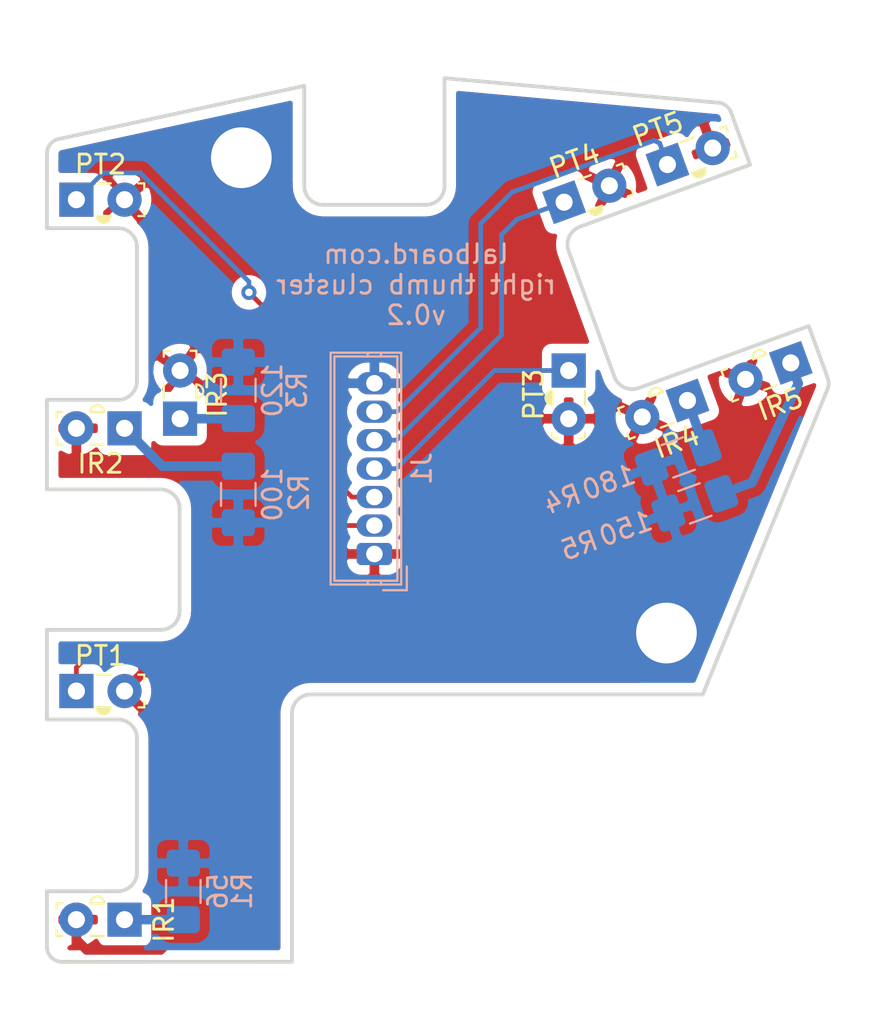
<source format=kicad_pcb>
(kicad_pcb (version 20211014) (generator pcbnew)
  (layers (0 "F.Cu" signal) (31 "B.Cu" signal) (34 "B.Paste" user) (35 "F.Paste" user) (36 "B.SilkS" user "B.Silkscreen") (37 "F.SilkS" user "F.Silkscreen") (38 "B.Mask" user) (39 "F.Mask" user) (44 "Edge.Cuts" user))
  (net 0 "")
  (net 1 "+5V")
  (net 2 "Net-(IR1-Pad1)")
  (net 3 "Net-(IR2-Pad1)")
  (net 4 "Net-(IR3-Pad1)")
  (net 5 "Net-(IR4-Pad1)")
  (net 6 "Net-(IR5-Pad1)")
  (net 7 "C1")
  (net 8 "C3")
  (net 9 "C4")
  (net 10 "C5")
  (net 11 "GND")
  (net 12 "C2")
  (footprint "lalboard:IR908-7C-F" (layer "F.Cu") (at 129.57 106.472918 180)
    (fp_text reference "IR1" (at -2.08 0 270) (layer "F.SilkS"))
    (fp_text value "IR908-7C-F")
    (fp_line (start 3.58 -0.861) (end 3.58 -0.555) (layer "F.SilkS") (width 0.12))
    (fp_line (start 1.08 -0.861) (end 1.811 -0.861) (layer "F.SilkS") (width 0.12))
    (fp_line (start 3.58 0.555) (end 3.58 0.861) (layer "F.SilkS") (width 0.12))
    (fp_line (start 1.08 0.861) (end 1.811 0.861) (layer "F.SilkS") (width 0.12))
    (fp_line (start 1.08 0.861) (end 1.8 0.861) (layer "F.SilkS") (width 0.12))
    (fp_line (start 3.27 -0.861) (end 3.58 -0.861) (layer "F.SilkS") (width 0.12))
    (fp_line (start 3.27 0.861) (end 3.58 0.861) (layer "F.SilkS") (width 0.12))
    (fp_arc (start 1.8 0.861) (mid 1.44 1.221) (end 1.08 0.861) (layer "F.SilkS") (width 0.12))
    (pad "1" thru_hole rect locked (at 0 0 180) (size 1.8 1.8) (drill 0.9) (layers *.Cu *.Mask) (net 2 "Net-(IR1-Pad1)"))
    (pad "2" thru_hole circle locked (at 2.54 0 225) (size 1.8 1.8) (drill 0.9) (layers *.Cu *.Mask) (net 1 "+5V"))
  )
  (footprint "lalboard:IR908-7C-F" (layer "F.Cu") (at 132.500001 80.07 90)
    (fp_text reference "IR3" (at 1.27 1.949999 90) (layer "F.SilkS"))
    (fp_text value "IR908-7C-F")
    (fp_line (start 3.58 -0.861) (end 3.58 -0.555) (layer "F.SilkS") (width 0.12))
    (fp_line (start 1.08 0.861) (end 1.811 0.861) (layer "F.SilkS") (width 0.12))
    (fp_line (start 3.27 -0.861) (end 3.58 -0.861) (layer "F.SilkS") (width 0.12))
    (fp_line (start 1.08 -0.861) (end 1.811 -0.861) (layer "F.SilkS") (width 0.12))
    (fp_line (start 3.27 0.861) (end 3.58 0.861) (layer "F.SilkS") (width 0.12))
    (fp_line (start 1.08 0.861) (end 1.8 0.861) (layer "F.SilkS") (width 0.12))
    (fp_line (start 3.58 0.555) (end 3.58 0.861) (layer "F.SilkS") (width 0.12))
    (fp_arc (start 1.8 0.861) (mid 1.44 1.221) (end 1.08 0.861) (layer "F.SilkS") (width 0.12))
    (pad "1" thru_hole rect locked (at 0 0 90) (size 1.8 1.8) (drill 0.9) (layers *.Cu *.Mask) (net 4 "Net-(IR3-Pad1)"))
    (pad "2" thru_hole circle locked (at 2.54 0 100) (size 1.8 1.8) (drill 0.9) (layers *.Cu *.Mask) (net 1 "+5V"))
  )
  (footprint "lalboard:IR908-7C-F" (layer "F.Cu") (at 159.265296 79.110913 -160)
    (fp_text reference "IR4" (at 1.27 -1.86 20) (layer "F.SilkS"))
    (fp_text value "IR908-7C-F")
    (fp_line (start 3.27 0.861) (end 3.58 0.861) (layer "F.SilkS") (width 0.12))
    (fp_line (start 3.27 -0.861) (end 3.58 -0.861) (layer "F.SilkS") (width 0.12))
    (fp_line (start 1.08 0.861) (end 1.811 0.861) (layer "F.SilkS") (width 0.12))
    (fp_line (start 1.08 -0.861) (end 1.811 -0.861) (layer "F.SilkS") (width 0.12))
    (fp_line (start 1.08 0.861) (end 1.8 0.861) (layer "F.SilkS") (width 0.12))
    (fp_line (start 3.58 0.555) (end 3.58 0.861) (layer "F.SilkS") (width 0.12))
    (fp_line (start 3.58 -0.861) (end 3.58 -0.555) (layer "F.SilkS") (width 0.12))
    (fp_arc (start 1.8 0.861) (mid 1.44 1.221) (end 1.08 0.861) (layer "F.SilkS") (width 0.12))
    (pad "1" thru_hole rect locked (at 0 0 200) (size 1.8 1.8) (drill 0.9) (layers *.Cu *.Mask) (net 5 "Net-(IR4-Pad1)"))
    (pad "2" thru_hole circle locked (at 2.54 0 200) (size 1.8 1.8) (drill 0.9) (layers *.Cu *.Mask) (net 1 "+5V"))
  )
  (footprint "lalboard:IR908-7C-F" (layer "F.Cu") (at 164.715513 77.127196 -160)
    (fp_text reference "IR5" (at 1.27 -1.86 20) (layer "F.SilkS"))
    (fp_text value "IR908-7C-F")
    (fp_line (start 3.58 0.555) (end 3.58 0.861) (layer "F.SilkS") (width 0.12))
    (fp_line (start 1.08 -0.861) (end 1.811 -0.861) (layer "F.SilkS") (width 0.12))
    (fp_line (start 1.08 0.861) (end 1.8 0.861) (layer "F.SilkS") (width 0.12))
    (fp_line (start 3.27 -0.861) (end 3.58 -0.861) (layer "F.SilkS") (width 0.12))
    (fp_line (start 3.58 -0.861) (end 3.58 -0.555) (layer "F.SilkS") (width 0.12))
    (fp_line (start 3.27 0.861) (end 3.58 0.861) (layer "F.SilkS") (width 0.12))
    (fp_line (start 1.08 0.861) (end 1.811 0.861) (layer "F.SilkS") (width 0.12))
    (fp_arc (start 1.8 0.861) (mid 1.44 1.221) (end 1.08 0.861) (layer "F.SilkS") (width 0.12))
    (pad "1" thru_hole rect locked (at 0 0 200) (size 1.8 1.8) (drill 0.9) (layers *.Cu *.Mask) (net 6 "Net-(IR5-Pad1)"))
    (pad "2" thru_hole circle locked (at 2.54 0 205) (size 1.8 1.8) (drill 0.9) (layers *.Cu *.Mask) (net 1 "+5V"))
  )
  (footprint "lalboard:PT908-7C-F" (layer "F.Cu") (at 127.03 94.422918)
    (fp_text reference "PT1" (at 1.27 -1.86) (layer "F.SilkS"))
    (fp_text value "PT908-7B-F")
    (fp_line (start 3.58 -0.861) (end 3.58 -0.555) (layer "F.SilkS") (width 0.12))
    (fp_line (start 1.08 0.861) (end 1.811 0.861) (layer "F.SilkS") (width 0.12))
    (fp_line (start 3.27 0.861) (end 3.58 0.861) (layer "F.SilkS") (width 0.12))
    (fp_line (start 1.08 -0.861) (end 1.811 -0.861) (layer "F.SilkS") (width 0.12))
    (fp_line (start 3.58 0.555) (end 3.58 0.861) (layer "F.SilkS") (width 0.12))
    (fp_line (start 1.08 0.861) (end 1.8 0.861) (layer "F.SilkS") (width 0.12))
    (fp_line (start 3.27 -0.861) (end 3.58 -0.861) (layer "F.SilkS") (width 0.12))
    (fp_arc (start 1.8 0.861) (mid 1.44 1.221) (end 1.08 0.861) (layer "F.SilkS") (width 0.12))
    (fp_poly (pts (xy 1.57 1.121) (xy 1.28 1.121) (xy 1.16 0.931) (xy 1.16 0.921) (xy 1.73 0.921)) (layer "F.SilkS") (width 0.1) (fill solid))
    (pad "1" thru_hole rect locked (at 0 0) (size 1.8 1.8) (drill 0.9) (layers *.Cu *.Mask) (net 7 "C1"))
    (pad "2" thru_hole circle locked (at 2.54 0) (size 1.8 1.8) (drill 0.9) (layers *.Cu *.Mask) (net 1 "+5V"))
  )
  (footprint "lalboard:PT908-7C-F" (layer "F.Cu") (at 152.999999 77.53 -90)
    (fp_text reference "PT3" (at 1.27 1.849999 90) (layer "F.SilkS"))
    (fp_text value "PT908-7B-F")
    (fp_line (start 3.27 -0.861) (end 3.58 -0.861) (layer "F.SilkS") (width 0.12))
    (fp_line (start 3.27 0.861) (end 3.58 0.861) (layer "F.SilkS") (width 0.12))
    (fp_line (start 3.58 -0.861) (end 3.58 -0.555) (layer "F.SilkS") (width 0.12))
    (fp_line (start 1.08 0.861) (end 1.811 0.861) (layer "F.SilkS") (width 0.12))
    (fp_line (start 1.08 0.861) (end 1.8 0.861) (layer "F.SilkS") (width 0.12))
    (fp_line (start 3.58 0.555) (end 3.58 0.861) (layer "F.SilkS") (width 0.12))
    (fp_line (start 1.08 -0.861) (end 1.811 -0.861) (layer "F.SilkS") (width 0.12))
    (fp_arc (start 1.8 0.861) (mid 1.44 1.221) (end 1.08 0.861) (layer "F.SilkS") (width 0.12))
    (fp_poly (pts (xy 1.57 1.121) (xy 1.28 1.121) (xy 1.16 0.931) (xy 1.16 0.921) (xy 1.73 0.921)) (layer "F.SilkS") (width 0.1) (fill solid))
    (pad "1" thru_hole rect locked (at 0 0 270) (size 1.8 1.8) (drill 0.9) (layers *.Cu *.Mask) (net 8 "C3"))
    (pad "2" thru_hole circle locked (at 2.54 0 315) (size 1.8 1.8) (drill 0.9) (layers *.Cu *.Mask) (net 1 "+5V"))
  )
  (footprint "lalboard:PT908-7C-F" (layer "F.Cu") (at 152.757134 68.656348 20)
    (fp_text reference "PT4" (at 1.27 -1.86 20) (layer "F.SilkS"))
    (fp_text value "PT908-7B-F")
    (fp_line (start 3.58 -0.861) (end 3.58 -0.555) (layer "F.SilkS") (width 0.12))
    (fp_line (start 1.08 0.861) (end 1.8 0.861) (layer "F.SilkS") (width 0.12))
    (fp_line (start 1.08 0.861) (end 1.811 0.861) (layer "F.SilkS") (width 0.12))
    (fp_line (start 1.08 -0.861) (end 1.811 -0.861) (layer "F.SilkS") (width 0.12))
    (fp_line (start 3.27 -0.861) (end 3.58 -0.861) (layer "F.SilkS") (width 0.12))
    (fp_line (start 3.27 0.861) (end 3.58 0.861) (layer "F.SilkS") (width 0.12))
    (fp_line (start 3.58 0.555) (end 3.58 0.861) (layer "F.SilkS") (width 0.12))
    (fp_arc (start 1.8 0.861) (mid 1.44 1.221) (end 1.08 0.861) (layer "F.SilkS") (width 0.12))
    (fp_poly (pts (xy 1.57 1.121) (xy 1.28 1.121) (xy 1.16 0.931) (xy 1.16 0.921) (xy 1.73 0.921)) (layer "F.SilkS") (width 0.1) (fill solid))
    (pad "1" thru_hole rect locked (at 0 0 20) (size 1.8 1.8) (drill 0.9) (layers *.Cu *.Mask) (net 9 "C4"))
    (pad "2" thru_hole circle locked (at 2.54 0 20) (size 1.8 1.8) (drill 0.9) (layers *.Cu *.Mask) (net 1 "+5V"))
  )
  (footprint "lalboard:PT908-7C-F" (layer "F.Cu") (at 158.207351 66.672631 20)
    (fp_text reference "PT5" (at 0.158981 -1.916679 20) (layer "F.SilkS"))
    (fp_text value "PT908-7B-F")
    (fp_line (start 3.27 -0.861) (end 3.58 -0.861) (layer "F.SilkS") (width 0.12))
    (fp_line (start 1.08 0.861) (end 1.811 0.861) (layer "F.SilkS") (width 0.12))
    (fp_line (start 1.08 -0.861) (end 1.811 -0.861) (layer "F.SilkS") (width 0.12))
    (fp_line (start 3.27 0.861) (end 3.58 0.861) (layer "F.SilkS") (width 0.12))
    (fp_line (start 3.58 -0.861) (end 3.58 -0.555) (layer "F.SilkS") (width 0.12))
    (fp_line (start 3.58 0.555) (end 3.58 0.861) (layer "F.SilkS") (width 0.12))
    (fp_line (start 1.08 0.861) (end 1.8 0.861) (layer "F.SilkS") (width 0.12))
    (fp_arc (start 1.8 0.861) (mid 1.44 1.221) (end 1.08 0.861) (layer "F.SilkS") (width 0.12))
    (fp_poly (pts (xy 1.57 1.121) (xy 1.28 1.121) (xy 1.16 0.931) (xy 1.16 0.921) (xy 1.73 0.921)) (layer "F.SilkS") (width 0.1) (fill solid))
    (pad "1" thru_hole rect locked (at 0 0 20) (size 1.8 1.8) (drill 0.9) (layers *.Cu *.Mask) (net 10 "C5"))
    (pad "2" thru_hole circle locked (at 2.54 0 65) (size 1.8 1.8) (drill 0.9) (layers *.Cu *.Mask) (net 1 "+5V"))
  )
  (footprint "lalboard:PT908-7C-F" (layer "F.Cu") (at 127.03 68.524999)
    (fp_text reference "PT2" (at 1.27 -1.86) (layer "F.SilkS"))
    (fp_text value "PT908-7B-F")
    (fp_line (start 3.27 0.861) (end 3.58 0.861) (layer "F.SilkS") (width 0.12))
    (fp_line (start 3.58 -0.861) (end 3.58 -0.555) (layer "F.SilkS") (width 0.12))
    (fp_line (start 1.08 0.861) (end 1.811 0.861) (layer "F.SilkS") (width 0.12))
    (fp_line (start 3.58 0.555) (end 3.58 0.861) (layer "F.SilkS") (width 0.12))
    (fp_line (start 1.08 0.861) (end 1.8 0.861) (layer "F.SilkS") (width 0.12))
    (fp_line (start 1.08 -0.861) (end 1.811 -0.861) (layer "F.SilkS") (width 0.12))
    (fp_line (start 3.27 -0.861) (end 3.58 -0.861) (layer "F.SilkS") (width 0.12))
    (fp_arc (start 1.8 0.861) (mid 1.44 1.221) (end 1.08 0.861) (layer "F.SilkS") (width 0.12))
    (fp_poly (pts (xy 1.57 1.121) (xy 1.28 1.121) (xy 1.16 0.931) (xy 1.16 0.921) (xy 1.73 0.921)) (layer "F.SilkS") (width 0.1) (fill solid))
    (pad "1" thru_hole rect locked (at 0 0) (size 1.8 1.8) (drill 0.9) (layers *.Cu *.Mask) (net 12 "C2"))
    (pad "2" thru_hole circle locked (at 2.54 0 355) (size 1.8 1.8) (drill 0.9) (layers *.Cu *.Mask) (net 1 "+5V"))
  )
  (footprint "lalboard:IR908-7C-F" (layer "F.Cu") (at 129.57 80.574999 180)
    (fp_text reference "IR2" (at 1.27 -1.86) (layer "F.SilkS"))
    (fp_text value "IR908-7C-F")
    (fp_line (start 1.08 -0.861) (end 1.811 -0.861) (layer "F.SilkS") (width 0.12))
    (fp_line (start 3.58 -0.861) (end 3.58 -0.555) (layer "F.SilkS") (width 0.12))
    (fp_line (start 3.27 0.861) (end 3.58 0.861) (layer "F.SilkS") (width 0.12))
    (fp_line (start 3.27 -0.861) (end 3.58 -0.861) (layer "F.SilkS") (width 0.12))
    (fp_line (start 1.08 0.861) (end 1.811 0.861) (layer "F.SilkS") (width 0.12))
    (fp_line (start 3.58 0.555) (end 3.58 0.861) (layer "F.SilkS") (width 0.12))
    (fp_line (start 1.08 0.861) (end 1.8 0.861) (layer "F.SilkS") (width 0.12))
    (fp_arc (start 1.8 0.861) (mid 1.44 1.221) (end 1.08 0.861) (layer "F.SilkS") (width 0.12))
    (pad "1" thru_hole rect locked (at 0 0 180) (size 1.8 1.8) (drill 0.9) (layers *.Cu *.Mask) (net 3 "Net-(IR2-Pad1)"))
    (pad "2" thru_hole circle locked (at 2.54 0 225) (size 1.8 1.8) (drill 0.9) (layers *.Cu *.Mask) (net 1 "+5V"))
  )
  (footprint "MountingHole:MountingHole_3.2mm_M3_Pad" (layer "F.Cu") (at 135.731126 66.312121)
    (fp_text reference "H2" hide)
    (fp_text value "MountingHole_Pad")
    (pad "1" thru_hole circle locked (at 0 0 10) (size 4.5 4.5) (drill 3.2) (layers *.Cu *.Mask) (net 11 "GND"))
  )
  (footprint "MountingHole:MountingHole_3.2mm_M3_Pad" (layer "F.Cu") (at 158.154844 91.366079)
    (fp_text reference "H1" hide)
    (fp_text value "MountingHole_Pad")
    (pad "1" thru_hole circle locked (at 0 0) (size 4.5 4.5) (drill 3.2) (layers *.Cu *.Mask) (net 11 "GND"))
  )
  (footprint "lalboard:JST_ZH_B7B-ZR_1x07_P1.50mm_Vertical" (layer "B.Cu") (at 142.75 87.2 90)
    (fp_text reference "J1" (at 4.5 2.5 270) (layer "B.SilkS") (effects (justify mirror)))
    (fp_text value "Conn_01x07")
    (fp_line (start -1.41 -0.35) (end -1.61 -0.35) (layer "B.SilkS") (width 0.12))
    (fp_line (start 10.41 1.21) (end 10.41 0.35) (layer "B.SilkS") (width 0.12))
    (fp_line (start -1.41 0.35) (end -1.41 -0.35) (layer "B.SilkS") (width 0.12))
    (fp_line (start 10.41 0.35) (end 10.61 0.35) (layer "B.SilkS") (width 0.12))
    (fp_line (start -0.66 1.71) (end -1.91 1.71) (layer "B.SilkS") (width 0.12))
    (fp_line (start 10.41 0.35) (end 10.41 -0.35) (layer "B.SilkS") (width 0.12))
    (fp_line (start -1.91 1.71) (end -1.91 0.46) (layer "B.SilkS") (width 0.12))
    (fp_line (start -1.61 -2.31) (end 10.61 -2.31) (layer "B.SilkS") (width 0.12))
    (fp_line (start 10.41 -0.35) (end 10.61 -0.35) (layer "B.SilkS") (width 0.12))
    (fp_line (start -1.41 1.21) (end 10.41 1.21) (layer "B.SilkS") (width 0.12))
    (fp_line (start -1.41 0.35) (end -1.41 1.21) (layer "B.SilkS") (width 0.12))
    (fp_line (start -1.61 1.41) (end -1.61 -2.31) (layer "B.SilkS") (width 0.12))
    (fp_line (start 10.61 1.41) (end -1.61 1.41) (layer "B.SilkS") (width 0.12))
    (fp_line (start 10.41 -2.11) (end 10.41 -0.35) (layer "B.SilkS") (width 0.12))
    (fp_line (start 10.61 -2.31) (end 10.61 1.41) (layer "B.SilkS") (width 0.12))
    (fp_line (start -1.41 -2.11) (end 10.41 -2.11) (layer "B.SilkS") (width 0.12))
    (fp_line (start -1.61 0.35) (end -1.41 0.35) (layer "B.SilkS") (width 0.12))
    (fp_line (start -1.41 -0.35) (end -1.41 -2.11) (layer "B.SilkS") (width 0.12))
    (pad "1" thru_hole roundrect locked (at 0 0 90) (size 1.17 1.87) (drill 0.87) (layers *.Cu *.Mask) (roundrect_rratio 0.2136752137) (net 1 "+5V"))
    (pad "2" thru_hole oval locked (at 1.5 0 90) (size 1.17 1.87) (drill 0.87) (layers *.Cu *.Mask) (net 7 "C1"))
    (pad "3" thru_hole oval locked (at 3 0 90) (size 1.17 1.87) (drill 0.87) (layers *.Cu *.Mask) (net 12 "C2"))
    (pad "4" thru_hole oval locked (at 4.5 0 90) (size 1.17 1.87) (drill 0.87) (layers *.Cu *.Mask) (net 8 "C3"))
    (pad "5" thru_hole oval locked (at 6 0 90) (size 1.17 1.87) (drill 0.87) (layers *.Cu *.Mask) (net 9 "C4"))
    (pad "6" thru_hole oval locked (at 7.5 0 90) (size 1.17 1.87) (drill 0.87) (layers *.Cu *.Mask) (net 10 "C5"))
    (pad "7" thru_hole oval locked (at 9 0 90) (size 1.17 1.87) (drill 0.87) (layers *.Cu *.Mask) (net 11 "GND"))
  )
  (footprint "Resistor_SMD:R_1206_3216Metric_Pad1.42x1.75mm_HandSolder" (layer "B.Cu") (at 158.773857 82.109853 20)
    (fp_text reference "R4" (at -6.493519 -0.016679 20) (layer "B.SilkS") (effects (justify mirror)))
    (fp_text value "180" (at -3.893519 -0.016679 20) (layer "B.SilkS") (effects (justify mirror)))
    (fp_line (start -0.602064 0.91) (end 0.602064 0.91) (layer "B.SilkS") (width 0.12))
    (fp_line (start -0.602064 -0.91) (end 0.602064 -0.91) (layer "B.SilkS") (width 0.12))
    (pad "1" smd roundrect locked (at -1.4875 0 20) (size 1.425 1.75) (layers "B.Cu" "B.Paste" "B.Mask") (roundrect_rratio 0.1754392982) (net 11 "GND"))
    (pad "2" smd roundrect locked (at 1.4875 0 20) (size 1.425 1.75) (layers "B.Cu" "B.Paste" "B.Mask") (roundrect_rratio 0.1754392982) (net 5 "Net-(IR4-Pad1)"))
  )
  (footprint "Resistor_SMD:R_1206_3216Metric_Pad1.42x1.75mm_HandSolder" (layer "B.Cu") (at 135.57 78.57 -90)
    (fp_text reference "R3" (at 0.002918 -3.1 90) (layer "B.SilkS") (effects (justify mirror)))
    (fp_text value "120" (at 0 -1.8 90) (layer "B.SilkS") (effects (justify mirror)))
    (fp_line (start -0.602064 0.91) (end 0.602064 0.91) (layer "B.SilkS") (width 0.12))
    (fp_line (start -0.602064 -0.91) (end 0.602064 -0.91) (layer "B.SilkS") (width 0.12))
    (pad "1" smd roundrect locked (at -1.4875 0 270) (size 1.425 1.75) (layers "B.Cu" "B.Paste" "B.Mask") (roundrect_rratio 0.1754392982) (net 11 "GND"))
    (pad "2" smd roundrect locked (at 1.4875 0 270) (size 1.425 1.75) (layers "B.Cu" "B.Paste" "B.Mask") (roundrect_rratio 0.1754392982) (net 4 "Net-(IR3-Pad1)"))
  )
  (footprint "Resistor_SMD:R_1206_3216Metric_Pad1.42x1.75mm_HandSolder" (layer "B.Cu") (at 132.67 104.985416 -90)
    (fp_text reference "R1" (at -0.012498 -3.1 90) (layer "B.SilkS") (effects (justify mirror)))
    (fp_text value "56" (at 0 -1.82 90) (layer "B.SilkS") (effects (justify mirror)))
    (fp_line (start -0.602064 0.91) (end 0.602064 0.91) (layer "B.SilkS") (width 0.12))
    (fp_line (start -0.602064 -0.91) (end 0.602064 -0.91) (layer "B.SilkS") (width 0.12))
    (pad "1" smd roundrect locked (at -1.4875 0 270) (size 1.425 1.75) (layers "B.Cu" "B.Paste" "B.Mask") (roundrect_rratio 0.1754392982) (net 11 "GND"))
    (pad "2" smd roundrect locked (at 1.4875 0 270) (size 1.425 1.75) (layers "B.Cu" "B.Paste" "B.Mask") (roundrect_rratio 0.1754392982) (net 2 "Net-(IR1-Pad1)"))
  )
  (footprint "Resistor_SMD:R_1206_3216Metric_Pad1.42x1.75mm_HandSolder" (layer "B.Cu") (at 135.57 84.060418 90)
    (fp_text reference "R2" (at 0.0875 3.2 90) (layer "B.SilkS") (effects (justify mirror)))
    (fp_text value "100" (at 0 1.8 90) (layer "B.SilkS") (effects (justify mirror)))
    (fp_line (start -0.602064 -0.91) (end 0.602064 -0.91) (layer "B.SilkS") (width 0.12))
    (fp_line (start -0.602064 0.91) (end 0.602064 0.91) (layer "B.SilkS") (width 0.12))
    (pad "1" smd roundrect locked (at -1.4875 0 90) (size 1.425 1.75) (layers "B.Cu" "B.Paste" "B.Mask") (roundrect_rratio 0.1754392982) (net 11 "GND"))
    (pad "2" smd roundrect locked (at 1.4875 0 90) (size 1.425 1.75) (layers "B.Cu" "B.Paste" "B.Mask") (roundrect_rratio 0.1754392982) (net 3 "Net-(IR2-Pad1)"))
  )
  (footprint "Resistor_SMD:R_1206_3216Metric_Pad1.42x1.75mm_HandSolder" (layer "B.Cu") (at 159.656407 84.534639 20)
    (fp_text reference "R5" (at -6.493519 0.002918 20) (layer "B.SilkS") (effects (justify mirror)))
    (fp_text value "150" (at -3.893519 0.002918 20) (layer "B.SilkS") (effects (justify mirror)))
    (fp_line (start -0.602064 0.91) (end 0.602064 0.91) (layer "B.SilkS") (width 0.12))
    (fp_line (start -0.602064 -0.91) (end 0.602064 -0.91) (layer "B.SilkS") (width 0.12))
    (pad "1" smd roundrect locked (at -1.4875 0 20) (size 1.425 1.75) (layers "B.Cu" "B.Paste" "B.Mask") (roundrect_rratio 0.1754392982) (net 11 "GND"))
    (pad "2" smd roundrect locked (at 1.4875 0 20) (size 1.425 1.75) (layers "B.Cu" "B.Paste" "B.Mask") (roundrect_rratio 0.1754392982) (net 6 "Net-(IR5-Pad1)"))
  )
  (gr_line (start 165.663705 75.185816) (end 156.689641 78.452109) (layer "Edge.Cuts") (width 0.2))
  (gr_line (start 130.225 71.024999) (end 130.225 78.074999) (layer "Edge.Cuts") (width 0.2))
  (gr_line (start 138.4 108.693369) (end 138.4 95.6) (layer "Edge.Cuts") (width 0.2))
  (gr_arc (start 132.475 90.198958) (mid 132.182107 90.906065) (end 131.475001 91.198959) (layer "Edge.Cuts") (width 0.2))
  (gr_arc (start 125.47861 66.175918) (mid 125.662514 65.585353) (end 126.212558 65.30244) (layer "Edge.Cuts") (width 0.2))
  (gr_line (start 129.225 79.074998) (end 125.475 79.074999) (layer "Edge.Cuts") (width 0.2))
  (gr_arc (start 129.225 95.922919) (mid 129.932106 96.215812) (end 130.224999 96.922918) (layer "Edge.Cuts") (width 0.2))
  (gr_arc (start 140.05 68.8) (mid 139.342893 68.507107) (end 139.05 67.8) (layer "Edge.Cuts") (width 0.2))
  (gr_line (start 131.475001 91.198959) (end 125.475 91.198959) (layer "Edge.Cuts") (width 0.2))
  (gr_line (start 160.073735 94.6) (end 166.635469 78.550251) (layer "Edge.Cuts") (width 0.2))
  (gr_arc (start 130.225 103.972918) (mid 129.932107 104.680025) (end 129.225 104.972918) (layer "Edge.Cuts") (width 0.2))
  (gr_arc (start 130.224999 78.074999) (mid 129.932106 78.782105) (end 129.225 79.074998) (layer "Edge.Cuts") (width 0.2))
  (gr_arc (start 131.475 83.798959) (mid 132.182107 84.091852) (end 132.475 84.798959) (layer "Edge.Cuts") (width 0.2))
  (gr_arc (start 129.224999 70.025) (mid 129.932106 70.317893) (end 130.225 71.024999) (layer "Edge.Cuts") (width 0.2))
  (gr_line (start 125.475 83.798959) (end 131.475 83.798959) (layer "Edge.Cuts") (width 0.2))
  (gr_arc (start 126.275105 108.697917) (mid 125.709352 108.46364) (end 125.475 107.897918) (layer "Edge.Cuts") (width 0.2))
  (gr_arc (start 156.68964 78.45211) (mid 155.925002 78.418724) (end 155.407928 77.854436) (layer "Edge.Cuts") (width 0.2))
  (gr_line (start 125.475 104.972918) (end 125.475 107.897918) (layer "Edge.Cuts") (width 0.2))
  (gr_line (start 125.47861 66.175919) (end 125.475 67.10039) (layer "Edge.Cuts") (width 0.2))
  (gr_line (start 125.475 70.024999) (end 129.225 70.024999) (layer "Edge.Cuts") (width 0.2))
  (gr_line (start 160.811672 63.406626) (end 146.45 62.118895) (layer "Edge.Cuts") (width 0.2))
  (gr_line (start 153.594358 69.94789) (end 162.568423 66.681598) (layer "Edge.Cuts") (width 0.2))
  (gr_line (start 129.225 104.972918) (end 125.475 104.972918) (layer "Edge.Cuts") (width 0.2))
  (gr_line (start 125.475 91.198959) (end 125.475 95.922918) (layer "Edge.Cuts") (width 0.2))
  (gr_arc (start 138.4 95.6) (mid 138.692893 94.892893) (end 139.4 94.6) (layer "Edge.Cuts") (width 0.2))
  (gr_arc (start 152.996685 71.229603) (mid 153.03007 70.464964) (end 153.594358 69.94789) (layer "Edge.Cuts") (width 0.2))
  (gr_line (start 166.664114 77.934417) (end 165.663705 75.185816) (layer "Edge.Cuts") (width 0.2))
  (gr_line (start 125.475 67.10039) (end 125.475 70.024999) (layer "Edge.Cuts") (width 0.2))
  (gr_line (start 146.45 62.118895) (end 146.45 67.8) (layer "Edge.Cuts") (width 0.2))
  (gr_line (start 126.275106 108.697918) (end 138.4 108.693369) (layer "Edge.Cuts") (width 0.2))
  (gr_line (start 162.568423 66.681598) (end 161.568014 63.932997) (layer "Edge.Cuts") (width 0.2))
  (gr_line (start 155.407928 77.854436) (end 152.996686 71.229603) (layer "Edge.Cuts") (width 0.2))
  (gr_line (start 145.45 68.8) (end 140.05 68.8) (layer "Edge.Cuts") (width 0.2))
  (gr_line (start 139.05 67.8) (end 139.05 62.524504) (layer "Edge.Cuts") (width 0.2))
  (gr_line (start 139.4 94.6) (end 160.073735 94.6) (layer "Edge.Cuts") (width 0.2))
  (gr_line (start 125.475 79.074999) (end 125.475 83.798959) (layer "Edge.Cuts") (width 0.2))
  (gr_arc (start 166.664114 77.934417) (mid 166.711496 78.245204) (end 166.635469 78.550251) (layer "Edge.Cuts") (width 0.2))
  (gr_line (start 132.475 84.798959) (end 132.475 90.198959) (layer "Edge.Cuts") (width 0.2))
  (gr_line (start 130.224999 96.922918) (end 130.224999 103.972918) (layer "Edge.Cuts") (width 0.2))
  (gr_line (start 125.475 95.922918) (end 129.225 95.922918) (layer "Edge.Cuts") (width 0.2))
  (gr_line (start 139.05 62.524504) (end 126.212558 65.30244) (layer "Edge.Cuts") (width 0.2))
  (gr_arc (start 160.811672 63.406626) (mid 161.27324 63.549978) (end 161.568014 63.932997) (layer "Edge.Cuts") (width 0.2))
  (gr_arc (start 146.45 67.8) (mid 146.157107 68.507107) (end 145.45 68.8) (layer "Edge.Cuts") (width 0.2))
  (gr_text "lalboard.com\nright thumb cluster\nv0.2" (at 144.95 73.000001) (layer "B.SilkS") (effects (font (size 1 1)) (justify mirror)))
  (segment (start 127.03 107.532918) (end 127.57 108.072918) (width 0.5) (layer "F.Cu") (net 1))
  (segment (start 127.03 106.472918) (end 127.03 107.532918) (width 0.5) (layer "F.Cu") (net 1))
  (segment (start 127.57 108.072918) (end 131.47 108.072918) (width 0.5) (layer "F.Cu") (net 1))
  (segment (start 131.47 108.072918) (end 132.07 107.472918) (width 0.5) (layer "F.Cu") (net 1))
  (segment (start 129.57 106.472918) (end 132.25 106.472918) (width 0.5) (layer "B.Cu") (net 2))
  (segment (start 129.57 80.574999) (end 131.56792 82.572918) (width 0.5) (layer "B.Cu") (net 3))
  (segment (start 131.56792 82.572918) (end 135.57 82.572918) (width 0.5) (layer "B.Cu") (net 3))
  (segment (start 134.987501 80.07) (end 135.000001 80.0575) (width 0.5) (layer "B.Cu") (net 4))
  (segment (start 132.500001 80.07) (end 134.987501 80.07) (width 0.5) (layer "B.Cu") (net 4))
  (segment (start 159.265296 79.110913) (end 160.171651 81.601098) (width 0.5) (layer "B.Cu") (net 5))
  (segment (start 162.672255 83.43696) (end 161.054199 84.025884) (width 0.5) (layer "B.Cu") (net 6))
  (segment (start 164.715513 77.127196) (end 165.109624 78.210006) (width 0.5) (layer "B.Cu") (net 6))
  (segment (start 165.109624 78.210006) (end 162.672255 83.43696) (width 0.5) (layer "B.Cu") (net 6))
  (segment (start 127.757134 92.456348) (end 133.157134 92.456348) (width 0.25) (layer "F.Cu") (net 7))
  (segment (start 127.03 93.183482) (end 127.757134 92.456348) (width 0.25) (layer "F.Cu") (net 7))
  (segment (start 127.03 94.422918) (end 127.03 93.183482) (width 0.25) (layer "F.Cu") (net 7))
  (segment (start 133.157134 92.456348) (end 139.913482 85.7) (width 0.25) (layer "F.Cu") (net 7))
  (segment (start 139.913482 85.7) (end 142.75 85.699999) (width 0.25) (layer "F.Cu") (net 7))
  (segment (start 142.75 82.7) (end 143.913482 82.7) (width 0.25) (layer "B.Cu") (net 8))
  (segment (start 149.083482 77.53) (end 143.913482 82.7) (width 0.25) (layer "B.Cu") (net 8))
  (segment (start 152.999999 77.53) (end 149.083482 77.53) (width 0.25) (layer "B.Cu") (net 8))
  (segment (start 150.263299 69.56403) (end 150.263298 69.564029) (width 0.25) (layer "B.Cu") (net 9))
  (segment (start 152.757134 68.656348) (end 150.263299 69.56403) (width 0.25) (layer "B.Cu") (net 9))
  (segment (start 143.913482 81.2) (end 149.457134 75.656348) (width 0.25) (layer "B.Cu") (net 9))
  (segment (start 149.457134 75.656348) (end 149.457134 70.370195) (width 0.25) (layer "B.Cu") (net 9))
  (segment (start 142.75 81.2) (end 143.913482 81.2) (width 0.25) (layer "B.Cu") (net 9))
  (segment (start 149.457134 70.370195) (end 150.263299 69.56403) (width 0.25) (layer "B.Cu") (net 9))
  (segment (start 157.497969 65.405594) (end 157.796927 65.545) (width 0.25) (layer "B.Cu") (net 10))
  (segment (start 142.75 79.7) (end 143.935 79.7) (width 0.25) (layer "B.Cu") (net 10))
  (segment (start 148.357134 75.277866) (end 148.357134 69.792866) (width 0.25) (layer "B.Cu") (net 10))
  (segment (start 150.024163 68.125836) (end 157.497969 65.405594) (width 0.25) (layer "B.Cu") (net 10))
  (segment (start 143.935 79.7) (end 148.357134 75.277866) (width 0.25) (layer "B.Cu") (net 10))
  (segment (start 157.796927 65.545) (end 158.207351 66.672631) (width 0.25) (layer "B.Cu") (net 10))
  (segment (start 148.357134 69.792866) (end 150.024163 68.125836) (width 0.25) (layer "B.Cu") (net 10))
  (segment (start 136.131126 73.412123) (end 139.27 76.550997) (width 0.25) (layer "F.Cu") (net 12))
  (segment (start 141.565 84.2) (end 142.75 84.2) (width 0.25) (layer "F.Cu") (net 12))
  (segment (start 139.27 81.905) (end 141.565 84.2) (width 0.25) (layer "F.Cu") (net 12))
  (segment (start 139.27 76.550997) (end 139.27 81.905) (width 0.25) (layer "F.Cu") (net 12))
  (via (at 136.131126 73.412123) (size 0.8) (drill 0.4) (layers "F.Cu" "B.Cu") (net 12))
  (segment (start 136.131126 72.846438) (end 136.131126 73.412123) (width 0.25) (layer "B.Cu") (net 12))
  (segment (start 127.03 68.524999) (end 128.442878 67.112121) (width 0.25) (layer "B.Cu") (net 12))
  (segment (start 128.442878 67.112121) (end 130.396809 67.112121) (width 0.25) (layer "B.Cu") (net 12))
  (segment (start 130.396809 67.112121) (end 136.131126 72.846438) (width 0.25) (layer "B.Cu") (net 12))
  (zone (net 1) (net_name "+5V") (layer "F.Cu") (connect_pads (clearance 0.508)) (min_thickness 0.254) (fill yes (thermal_gap 0.508) (thermal_bridge_width 0.508))
    (polygon (pts (xy 169.000001 112) (xy 123.000001 112) (xy 123 58) (xy 169.000002 58)))
  )
  (zone (net 11) (net_name "GND") (layer "B.Cu") (connect_pads (clearance 0.508)) (min_thickness 0.254) (fill yes (thermal_gap 0.508) (thermal_bridge_width 0.508))
    (polygon (pts (xy 169.000001 112) (xy 123.000001 112) (xy 123 58) (xy 169.000002 58)))
  )
)
</source>
